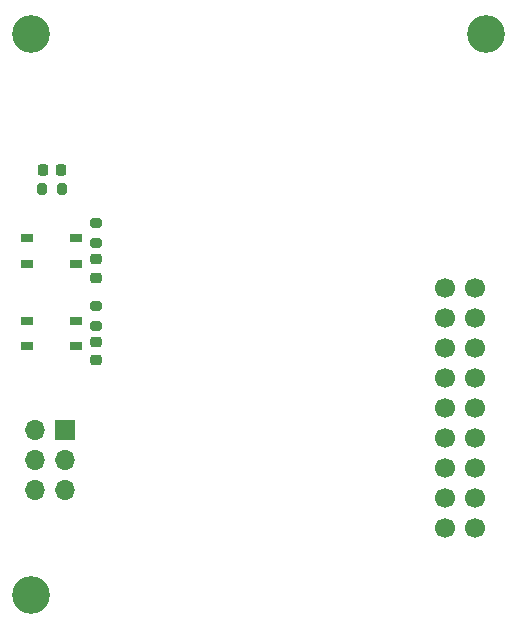
<source format=gbs>
G04 #@! TF.GenerationSoftware,KiCad,Pcbnew,8.0.7*
G04 #@! TF.CreationDate,2025-02-13T09:18:49+05:30*
G04 #@! TF.ProjectId,pico_ov7670_adapter,7069636f-5f6f-4763-9736-37305f616461,Ver 1.0*
G04 #@! TF.SameCoordinates,Original*
G04 #@! TF.FileFunction,Soldermask,Bot*
G04 #@! TF.FilePolarity,Negative*
%FSLAX46Y46*%
G04 Gerber Fmt 4.6, Leading zero omitted, Abs format (unit mm)*
G04 Created by KiCad (PCBNEW 8.0.7) date 2025-02-13 09:18:49*
%MOMM*%
%LPD*%
G01*
G04 APERTURE LIST*
G04 Aperture macros list*
%AMRoundRect*
0 Rectangle with rounded corners*
0 $1 Rounding radius*
0 $2 $3 $4 $5 $6 $7 $8 $9 X,Y pos of 4 corners*
0 Add a 4 corners polygon primitive as box body*
4,1,4,$2,$3,$4,$5,$6,$7,$8,$9,$2,$3,0*
0 Add four circle primitives for the rounded corners*
1,1,$1+$1,$2,$3*
1,1,$1+$1,$4,$5*
1,1,$1+$1,$6,$7*
1,1,$1+$1,$8,$9*
0 Add four rect primitives between the rounded corners*
20,1,$1+$1,$2,$3,$4,$5,0*
20,1,$1+$1,$4,$5,$6,$7,0*
20,1,$1+$1,$6,$7,$8,$9,0*
20,1,$1+$1,$8,$9,$2,$3,0*%
G04 Aperture macros list end*
%ADD10R,1.700000X1.700000*%
%ADD11O,1.700000X1.700000*%
%ADD12C,3.200000*%
%ADD13RoundRect,0.200000X-0.275000X0.200000X-0.275000X-0.200000X0.275000X-0.200000X0.275000X0.200000X0*%
%ADD14RoundRect,0.218750X-0.218750X-0.256250X0.218750X-0.256250X0.218750X0.256250X-0.218750X0.256250X0*%
%ADD15R,1.050000X0.650000*%
%ADD16C,1.700000*%
%ADD17RoundRect,0.200000X-0.200000X-0.275000X0.200000X-0.275000X0.200000X0.275000X-0.200000X0.275000X0*%
%ADD18RoundRect,0.225000X-0.250000X0.225000X-0.250000X-0.225000X0.250000X-0.225000X0.250000X0.225000X0*%
G04 APERTURE END LIST*
D10*
X96075000Y-102760000D03*
D11*
X93535000Y-102760000D03*
X96075000Y-105300000D03*
X93535000Y-105300000D03*
X96075000Y-107840000D03*
X93535000Y-107840000D03*
D12*
X131750000Y-69250000D03*
X93250000Y-69250000D03*
X93250000Y-116750000D03*
D13*
X98750000Y-85275000D03*
X98750000Y-86925000D03*
D14*
X94212500Y-80777060D03*
X95787500Y-80777060D03*
D15*
X97075000Y-93525000D03*
X92925000Y-93525000D03*
X97075000Y-95675000D03*
X92925000Y-95675000D03*
D16*
X130810000Y-111030000D03*
X130810000Y-108490000D03*
X130810000Y-105950000D03*
X130810000Y-103410000D03*
X130810000Y-100870000D03*
X130810000Y-98330000D03*
X130810000Y-95790000D03*
X130810000Y-93250000D03*
X130810000Y-90710000D03*
X128270000Y-90710000D03*
X128270000Y-93250000D03*
X128270000Y-95790000D03*
X128270000Y-98330000D03*
X128270000Y-100870000D03*
X128270000Y-103410000D03*
X128270000Y-105950000D03*
X128270000Y-108490000D03*
X128270000Y-111030000D03*
D13*
X98750000Y-92275000D03*
X98750000Y-93925000D03*
D15*
X97075000Y-86525000D03*
X92925000Y-86525000D03*
X97075000Y-88675000D03*
X92925000Y-88675000D03*
D17*
X94175000Y-82377060D03*
X95825000Y-82377060D03*
D18*
X98750000Y-88325000D03*
X98750000Y-89875000D03*
X98750000Y-95325000D03*
X98750000Y-96875000D03*
M02*

</source>
